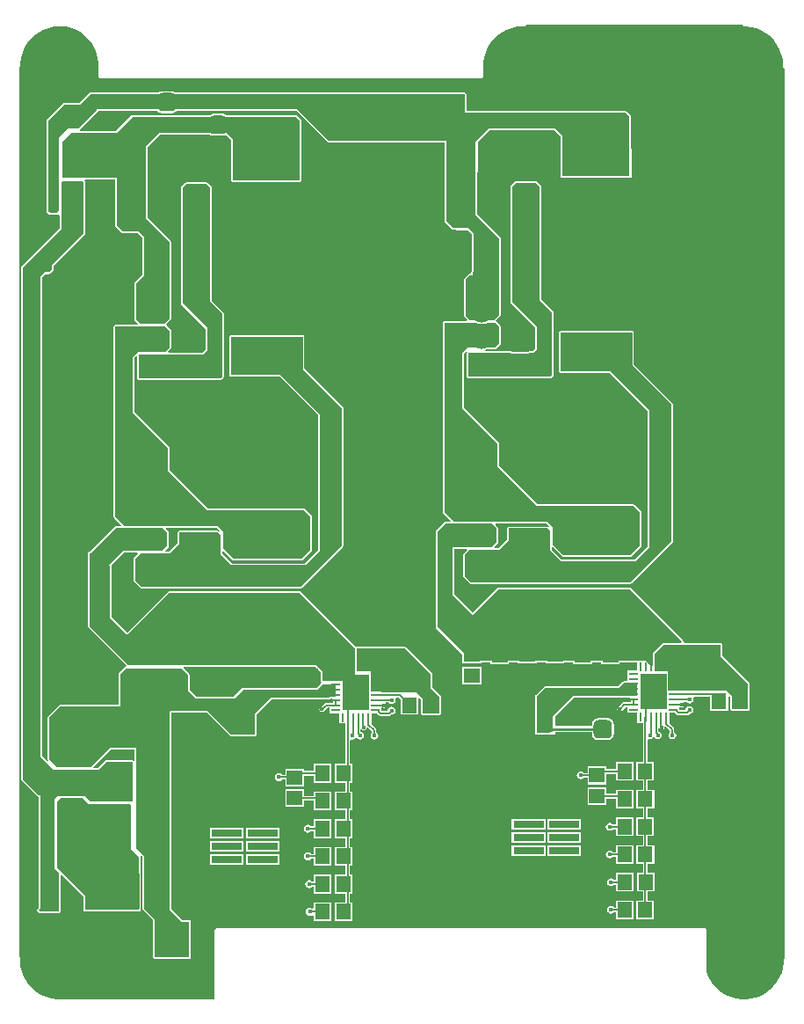
<source format=gtl>
G04*
G04 #@! TF.GenerationSoftware,Altium Limited,Altium Designer,20.0.12 (288)*
G04*
G04 Layer_Physical_Order=1*
G04 Layer_Color=255*
%FSLAX25Y25*%
%MOIN*%
G70*
G01*
G75*
%ADD16C,0.00600*%
%ADD19R,0.09095X0.09921*%
%ADD20R,0.02913X0.11496*%
%ADD21R,0.11496X0.02913*%
%ADD22R,0.25591X0.09843*%
%ADD23R,0.07500X0.10984*%
%ADD24R,0.13622X0.05236*%
%ADD25R,0.05236X0.13622*%
%ADD26R,0.06299X0.13780*%
%ADD27R,0.05906X0.05512*%
%ADD28R,0.05512X0.05906*%
%ADD29R,0.01063X0.03386*%
%ADD30R,0.03386X0.01063*%
G04:AMPARAMS|DCode=31|XSize=70mil|YSize=70mil|CornerRadius=17.5mil|HoleSize=0mil|Usage=FLASHONLY|Rotation=90.000|XOffset=0mil|YOffset=0mil|HoleType=Round|Shape=RoundedRectangle|*
%AMROUNDEDRECTD31*
21,1,0.07000,0.03500,0,0,90.0*
21,1,0.03500,0.07000,0,0,90.0*
1,1,0.03500,0.01750,0.01750*
1,1,0.03500,0.01750,-0.01750*
1,1,0.03500,-0.01750,-0.01750*
1,1,0.03500,-0.01750,0.01750*
%
%ADD31ROUNDEDRECTD31*%
%ADD51R,0.09843X0.13780*%
%ADD52C,0.01000*%
%ADD53C,0.25591*%
%ADD54R,0.07795X0.07795*%
%ADD55C,0.07795*%
%ADD56R,0.06693X0.06693*%
%ADD57C,0.06693*%
%ADD58C,0.01772*%
%ADD59C,0.01968*%
G36*
X274217Y369900D02*
X274308Y369680D01*
X274392Y369457D01*
X274402Y369452D01*
X274407Y369441D01*
X274627Y369350D01*
X274844Y369251D01*
X275859Y369217D01*
X277860Y368947D01*
X279796Y368414D01*
X281643Y367627D01*
X283368Y366600D01*
X284940Y365351D01*
X286331Y363903D01*
X287515Y362281D01*
X288472Y360516D01*
X289183Y358639D01*
X289637Y356683D01*
X289820Y354747D01*
Y353653D01*
X289914Y353425D01*
X290007Y353197D01*
X290009Y353196D01*
X290010Y353194D01*
X290238Y353099D01*
X290464Y353003D01*
X290487Y352541D01*
Y16090D01*
X290280Y16012D01*
X290275Y16001D01*
X290265Y15997D01*
X290173Y15777D01*
X290075Y15560D01*
X290041Y14545D01*
X289770Y12544D01*
X289238Y10608D01*
X288451Y8761D01*
X287423Y7036D01*
X286174Y5464D01*
X284726Y4073D01*
X283105Y2889D01*
X281339Y1932D01*
X279462Y1220D01*
X277506Y766D01*
X275571Y584D01*
X274476D01*
X274440Y569D01*
X273994Y584D01*
X271993Y855D01*
X270057Y1387D01*
X268210Y2175D01*
X266485Y3202D01*
X264913Y4451D01*
X263522Y5899D01*
X262338Y7520D01*
X261381Y9286D01*
X260816Y10777D01*
Y26855D01*
X260625Y27314D01*
X260166Y27505D01*
X74866Y27505D01*
X74407Y27314D01*
X74217Y26855D01*
Y402D01*
X15603D01*
X15543Y427D01*
X15326Y525D01*
X14311Y559D01*
X12310Y830D01*
X10374Y1362D01*
X8527Y2149D01*
X6802Y3177D01*
X5230Y4426D01*
X3839Y5874D01*
X2655Y7495D01*
X1698Y9261D01*
X987Y11138D01*
X533Y13094D01*
X350Y15029D01*
Y16124D01*
X255Y16353D01*
X163Y16580D01*
X161Y16581D01*
X160Y16583D01*
X-13Y16655D01*
Y353739D01*
X210Y353823D01*
X215Y353834D01*
X225Y353838D01*
X317Y354058D01*
X415Y354275D01*
X449Y355290D01*
X720Y357291D01*
X1252Y359227D01*
X2039Y361074D01*
X3067Y362799D01*
X4316Y364371D01*
X5764Y365762D01*
X7385Y366946D01*
X9150Y367903D01*
X11028Y368615D01*
X12984Y369069D01*
X14919Y369251D01*
X16014D01*
X16145Y369305D01*
X18057Y369047D01*
X19993Y368514D01*
X21840Y367727D01*
X23565Y366699D01*
X25137Y365450D01*
X26528Y364002D01*
X27712Y362381D01*
X28669Y360616D01*
X29381Y358738D01*
X29835Y356782D01*
X29917Y355910D01*
Y350174D01*
X30107Y349715D01*
X30566Y349525D01*
X175518D01*
X175977Y349715D01*
X176168Y350174D01*
Y355426D01*
X176420Y357291D01*
X176952Y359227D01*
X177739Y361074D01*
X178767Y362799D01*
X180016Y364371D01*
X181464Y365762D01*
X183085Y366946D01*
X184851Y367903D01*
X186728Y368615D01*
X188684Y369069D01*
X190619Y369251D01*
X191714D01*
X191942Y369345D01*
X192170Y369438D01*
X192171Y369440D01*
X192173Y369441D01*
X192267Y369669D01*
X192363Y369896D01*
X192825Y369902D01*
X274216D01*
X274217Y369900D01*
D02*
G37*
%LPC*%
G36*
X57737Y344548D02*
X54237D01*
X53320Y344365D01*
X52850Y344051D01*
X26987D01*
X26527Y343861D01*
X22718Y340051D01*
X16987D01*
X16527Y339861D01*
X10527Y333861D01*
X10337Y333402D01*
Y298902D01*
X10527Y298442D01*
X10930Y298276D01*
Y297802D01*
X15043D01*
X15337Y297423D01*
Y292671D01*
X1027Y278361D01*
X837Y277902D01*
Y83902D01*
X1027Y83442D01*
X7027Y77442D01*
X7337Y77314D01*
Y35171D01*
X6989Y34823D01*
X6940Y34703D01*
X6849Y34612D01*
Y34483D01*
X6799Y34363D01*
X6849Y34244D01*
Y34115D01*
X7040Y33653D01*
X7131Y33562D01*
X7181Y33442D01*
X7300Y33393D01*
X7391Y33302D01*
X7521D01*
X7640Y33252D01*
X14987D01*
X15446Y33442D01*
X15636Y33902D01*
Y47680D01*
X16098Y47872D01*
X24337Y39633D01*
Y34402D01*
X24527Y33942D01*
X24987Y33752D01*
X45487D01*
X45946Y33942D01*
X45966Y33991D01*
X46114D01*
Y34349D01*
X46136Y34402D01*
Y54402D01*
X45946Y54861D01*
X46330Y55139D01*
X46837Y54633D01*
Y34902D01*
X47027Y34442D01*
X50837Y30633D01*
Y16402D01*
X50930Y16178D01*
Y15805D01*
X51358D01*
X51487Y15752D01*
X64487D01*
X64615Y15805D01*
X65043D01*
Y16178D01*
X65136Y16402D01*
Y29902D01*
X64946Y30361D01*
X64487Y30551D01*
X61756D01*
X57636Y34671D01*
Y109133D01*
X57756Y109252D01*
X71218D01*
X80027Y100442D01*
X80487Y100252D01*
X81237D01*
Y100042D01*
X88736D01*
Y100252D01*
X89487D01*
X89946Y100442D01*
X90136Y100902D01*
Y108633D01*
X95756Y114252D01*
X117663D01*
X118056Y114415D01*
X118640D01*
X119038Y113933D01*
Y112882D01*
X116523D01*
X116172Y112812D01*
X115874Y112613D01*
X114537Y111277D01*
X114400Y111249D01*
X114102Y111050D01*
X113903Y110753D01*
X113833Y110402D01*
X113903Y110050D01*
X114102Y109753D01*
X114400Y109554D01*
X114751Y109484D01*
X114960D01*
X115311Y109554D01*
X115609Y109753D01*
X116903Y111047D01*
X117663D01*
Y108865D01*
X121521D01*
Y105006D01*
X123704D01*
Y89719D01*
X119568D01*
Y82613D01*
X123704D01*
Y79219D01*
X119631D01*
Y72113D01*
X123704D01*
Y68719D01*
X119568D01*
Y61613D01*
X123704D01*
Y58219D01*
X119631D01*
Y51113D01*
X123704D01*
Y47719D01*
X119694D01*
Y40613D01*
X123704D01*
Y37219D01*
X119568D01*
Y30113D01*
X126280D01*
Y37219D01*
X125539D01*
Y40613D01*
X126406D01*
Y47719D01*
X125539D01*
Y51113D01*
X126343D01*
Y58219D01*
X125539D01*
Y61613D01*
X126280D01*
Y68719D01*
X125539D01*
Y72113D01*
X126343D01*
Y79219D01*
X125539D01*
Y82613D01*
X126280D01*
Y89719D01*
X125539D01*
Y98639D01*
X126039Y98960D01*
X126407Y98887D01*
X126987Y99002D01*
X127478Y99330D01*
X127528Y99405D01*
X128130D01*
X128180Y99330D01*
X128671Y99002D01*
X129251Y98887D01*
X129831Y99002D01*
X130322Y99330D01*
X130651Y99822D01*
X130766Y100402D01*
X130651Y100981D01*
X130322Y101473D01*
X129831Y101801D01*
X129476Y101872D01*
Y102832D01*
X129976Y102942D01*
X130102Y102753D01*
X130400Y102554D01*
X130751Y102484D01*
X131102Y102554D01*
X131400Y102753D01*
X131599Y103050D01*
X131669Y103402D01*
Y103479D01*
X131993Y103668D01*
X132157Y103698D01*
X133686Y102169D01*
Y101477D01*
X133680Y101473D01*
X133352Y100981D01*
X133236Y100402D01*
X133352Y99822D01*
X133680Y99330D01*
X134171Y99002D01*
X134751Y98887D01*
X135331Y99002D01*
X135822Y99330D01*
X136151Y99822D01*
X136266Y100402D01*
X136151Y100981D01*
X135822Y101473D01*
X135521Y101674D01*
Y102549D01*
X135451Y102900D01*
X135252Y103198D01*
X133851Y104600D01*
X133627Y105006D01*
X133627D01*
X133627Y105006D01*
Y108865D01*
X135719D01*
X135736Y108838D01*
X136322Y108253D01*
X136620Y108054D01*
X136971Y107984D01*
X140251D01*
X140602Y108054D01*
X140900Y108253D01*
X141070Y108423D01*
X141251Y108387D01*
X141831Y108502D01*
X142322Y108830D01*
X142651Y109322D01*
X142766Y109902D01*
X142651Y110481D01*
X142322Y110973D01*
X141831Y111301D01*
X141251Y111416D01*
X140671Y111301D01*
X140180Y110973D01*
X139851Y110481D01*
X139736Y109902D01*
X139669Y109819D01*
X137485D01*
Y111015D01*
X138093D01*
X138251Y110984D01*
X138602Y111054D01*
X138900Y111253D01*
X139099Y111550D01*
X139169Y111902D01*
X139099Y112253D01*
X138934Y112500D01*
X139007Y112793D01*
X139143Y113000D01*
X140067D01*
X140180Y112830D01*
X140671Y112502D01*
X141251Y112387D01*
X141831Y112502D01*
X142322Y112830D01*
X142651Y113322D01*
X142766Y113902D01*
X142651Y114481D01*
X142649Y114484D01*
X142916Y114984D01*
X143866D01*
X144694Y114157D01*
Y108349D01*
X151406D01*
Y114411D01*
X151867Y114602D01*
X152337Y114133D01*
Y108902D01*
X152527Y108442D01*
X152568Y108426D01*
Y108349D01*
X152753D01*
X152987Y108252D01*
X159487D01*
X159946Y108442D01*
X160136Y108902D01*
Y114902D01*
X159946Y115361D01*
X156636Y118671D01*
Y123902D01*
X156446Y124361D01*
X146946Y133861D01*
X146787Y133926D01*
Y133994D01*
X146625D01*
X146487Y134051D01*
X127987D01*
X127866Y134001D01*
X127725Y134059D01*
X106925Y154859D01*
X106466Y155049D01*
X56866D01*
X56407Y154859D01*
X40966Y139418D01*
X35116Y145269D01*
Y164800D01*
X35019Y165034D01*
X39735Y169751D01*
X44715D01*
X44906Y169289D01*
X43707Y168089D01*
X43517Y167630D01*
Y159200D01*
X43707Y158741D01*
X45948Y156499D01*
X46408Y156309D01*
X106825D01*
X107284Y156499D01*
X122725Y171941D01*
X122916Y172400D01*
Y224600D01*
X122725Y225059D01*
X108216Y239569D01*
Y251600D01*
X108025Y252059D01*
X107566Y252249D01*
X80366D01*
X80138Y252155D01*
X79910Y252062D01*
X79909Y252060D01*
X79907Y252059D01*
X79812Y251831D01*
X79717Y251604D01*
X79619Y237359D01*
X79620Y237358D01*
X79619Y237357D01*
X79714Y237127D01*
X79806Y236899D01*
X79807Y236898D01*
X79808Y236897D01*
X80160Y236542D01*
X80161Y236542D01*
X80162Y236541D01*
X80391Y236446D01*
X80619Y236351D01*
X80620Y236351D01*
X80621Y236351D01*
X98897D01*
X113317Y221931D01*
Y170679D01*
X108287Y165649D01*
X80735D01*
X76935Y169449D01*
Y170327D01*
X77435Y170535D01*
X81027Y166942D01*
X81487Y166752D01*
X106987D01*
X107446Y166942D01*
X110946Y170442D01*
X111136Y170902D01*
Y183402D01*
X110946Y183861D01*
X108446Y186361D01*
X107987Y186551D01*
X71756D01*
X57136Y201171D01*
Y209402D01*
X56946Y209861D01*
X43636Y223171D01*
Y243633D01*
X44375Y244372D01*
X44837Y244180D01*
Y235902D01*
X45027Y235442D01*
X45487Y235252D01*
X76487D01*
X76946Y235442D01*
X77446Y235942D01*
X77636Y236402D01*
Y260402D01*
X77446Y260861D01*
X73136Y265171D01*
Y307902D01*
X72946Y308361D01*
X71446Y309861D01*
X70987Y310051D01*
X63487D01*
X63027Y309861D01*
X61527Y308361D01*
X61337Y307902D01*
Y264402D01*
X61527Y263942D01*
X70837Y254633D01*
Y246671D01*
X69718Y245551D01*
X56708D01*
X56516Y246013D01*
X57446Y246942D01*
X57636Y247402D01*
Y253902D01*
X57446Y254361D01*
X55946Y255861D01*
X55849Y256346D01*
X57446Y257942D01*
X57636Y258402D01*
Y287402D01*
X57446Y287861D01*
X48636Y296671D01*
Y323633D01*
X53256Y328252D01*
X72350D01*
X72820Y327938D01*
X73737Y327755D01*
X77237D01*
X78154Y327938D01*
X78380Y328089D01*
X80337Y326133D01*
Y310902D01*
X80379Y310801D01*
Y310380D01*
X80677D01*
X80987Y310252D01*
X106487D01*
X106796Y310380D01*
X107169D01*
Y321423D01*
X107136D01*
Y333402D01*
X106946Y333861D01*
X105446Y335361D01*
X104987Y335551D01*
X78624D01*
X78154Y335865D01*
X77237Y336048D01*
X73737D01*
X72820Y335865D01*
X72350Y335551D01*
X42987D01*
X42527Y335361D01*
X36718Y329551D01*
X23208D01*
X23054Y330051D01*
X29946Y336942D01*
X30074Y337252D01*
X52345D01*
X52542Y336957D01*
X53320Y336438D01*
X54237Y336256D01*
X57737D01*
X58654Y336438D01*
X59431Y336957D01*
X59628Y337252D01*
X105218D01*
X117027Y325442D01*
X117487Y325252D01*
X161337D01*
Y295402D01*
X161527Y294942D01*
X164027Y292442D01*
X164487Y292252D01*
X165587D01*
Y291991D01*
X170479D01*
X171837Y290633D01*
Y276671D01*
X171564Y276398D01*
X171374Y275939D01*
Y275640D01*
X171076D01*
X170616Y275450D01*
X169027Y273861D01*
X168837Y273402D01*
Y259402D01*
X169027Y258942D01*
X169957Y258013D01*
X169765Y257551D01*
X161487D01*
X161027Y257361D01*
X160837Y256902D01*
Y184902D01*
X161027Y184442D01*
X163658Y181811D01*
X163467Y181349D01*
X161666D01*
X161207Y181159D01*
X158207Y178159D01*
X158017Y177700D01*
Y141668D01*
X158207Y141208D01*
X168202Y131214D01*
Y127669D01*
X175307D01*
Y128050D01*
X178702D01*
Y127606D01*
X185807D01*
Y128050D01*
X189202D01*
Y127669D01*
X196307D01*
Y128050D01*
X199702D01*
Y127669D01*
X206807D01*
Y128051D01*
X210202D01*
Y127606D01*
X217307D01*
Y128051D01*
X220702D01*
Y127606D01*
X227807D01*
Y128051D01*
X234525D01*
Y125094D01*
X230666D01*
Y121051D01*
X229487D01*
X229027Y120861D01*
X227218Y119051D01*
X199487D01*
X199027Y118861D01*
X196058Y115891D01*
X195737D01*
Y100912D01*
X196101D01*
X196487Y100752D01*
X201291D01*
X201330Y100768D01*
X201371Y100757D01*
X201555Y100861D01*
X201677Y100912D01*
X203236D01*
Y101780D01*
X217341D01*
Y101152D01*
X217523Y100235D01*
X218042Y99457D01*
X218820Y98938D01*
X219737Y98756D01*
X223237D01*
X224154Y98938D01*
X224931Y99457D01*
X225450Y100235D01*
X225633Y101152D01*
Y104652D01*
X225450Y105569D01*
X224931Y106346D01*
X224154Y106865D01*
X223237Y107048D01*
X219737D01*
X218820Y106865D01*
X218042Y106346D01*
X217523Y105569D01*
X217341Y104652D01*
Y104023D01*
X203236D01*
Y107733D01*
X210256Y114752D01*
X231744D01*
X232068Y114252D01*
X232042Y114120D01*
Y113069D01*
X229526D01*
X229175Y112999D01*
X228877Y112800D01*
X227541Y111463D01*
X227403Y111436D01*
X227106Y111237D01*
X226907Y110939D01*
X226837Y110588D01*
X226907Y110237D01*
X227106Y109939D01*
X227403Y109740D01*
X227754Y109670D01*
X227963D01*
X228314Y109740D01*
X228612Y109939D01*
X229906Y111233D01*
X230666D01*
Y109051D01*
X234525D01*
Y105193D01*
X236569D01*
Y90454D01*
X234131D01*
Y83349D01*
X236569D01*
Y79954D01*
X234194D01*
Y72849D01*
X236569D01*
Y69454D01*
X234131D01*
Y62349D01*
X236569D01*
Y58954D01*
X234194D01*
Y51849D01*
X236569D01*
Y48454D01*
X234257D01*
Y41349D01*
X236569D01*
Y37954D01*
X234131D01*
Y30849D01*
X240843D01*
Y37954D01*
X238404D01*
Y41349D01*
X240968D01*
Y48454D01*
X238404D01*
Y51849D01*
X240905D01*
Y58954D01*
X238404D01*
Y62349D01*
X240843D01*
Y69454D01*
X238404D01*
Y72849D01*
X240905D01*
Y79954D01*
X238404D01*
Y83349D01*
X240843D01*
Y90454D01*
X238404D01*
Y98826D01*
X238904Y99146D01*
X239272Y99073D01*
X239852Y99189D01*
X240344Y99517D01*
X240463Y99695D01*
X241064D01*
X241183Y99517D01*
X241675Y99189D01*
X242254Y99073D01*
X242834Y99189D01*
X243326Y99517D01*
X243654Y100008D01*
X243769Y100588D01*
X243654Y101168D01*
X243326Y101659D01*
X242834Y101988D01*
X242479Y102058D01*
Y103018D01*
X242979Y103129D01*
X243106Y102939D01*
X243403Y102740D01*
X243755Y102671D01*
X244106Y102740D01*
X244403Y102939D01*
X244602Y103237D01*
X244672Y103588D01*
Y103666D01*
X244996Y103855D01*
X245161Y103884D01*
X246689Y102356D01*
Y101663D01*
X246683Y101659D01*
X246355Y101168D01*
X246240Y100588D01*
X246355Y100008D01*
X246683Y99517D01*
X247175Y99189D01*
X247755Y99073D01*
X248334Y99189D01*
X248826Y99517D01*
X249154Y100008D01*
X249269Y100588D01*
X249154Y101168D01*
X248826Y101659D01*
X248524Y101861D01*
Y102736D01*
X248455Y103087D01*
X248256Y103385D01*
X246854Y104786D01*
X246630Y105193D01*
X246630D01*
X246630Y105193D01*
Y109051D01*
X248722D01*
X248740Y109025D01*
X249325Y108439D01*
X249623Y108240D01*
X249974Y108170D01*
X253255D01*
X253606Y108240D01*
X253903Y108439D01*
X254073Y108609D01*
X254255Y108573D01*
X254834Y108688D01*
X255326Y109017D01*
X255654Y109508D01*
X255769Y110088D01*
X255654Y110668D01*
X255326Y111159D01*
X254834Y111488D01*
X254255Y111603D01*
X253675Y111488D01*
X253183Y111159D01*
X252855Y110668D01*
X252740Y110088D01*
X252672Y110006D01*
X250488D01*
Y111202D01*
X251096D01*
X251255Y111170D01*
X251606Y111240D01*
X251903Y111439D01*
X252102Y111737D01*
X252172Y112088D01*
X252102Y112439D01*
X251937Y112686D01*
X252011Y112980D01*
X252147Y113186D01*
X253070D01*
X253183Y113017D01*
X253675Y112689D01*
X254255Y112573D01*
X254834Y112689D01*
X255326Y113017D01*
X255654Y113508D01*
X255769Y114088D01*
X255654Y114668D01*
X255652Y114671D01*
X255920Y115171D01*
X262194D01*
Y109849D01*
X268905D01*
Y115411D01*
X269368Y115602D01*
X269837Y115133D01*
Y110402D01*
X270027Y109942D01*
X270068Y109926D01*
Y109849D01*
X270253D01*
X270487Y109752D01*
X276487D01*
X276720Y109849D01*
X276780D01*
Y109873D01*
X276946Y109942D01*
X277136Y110402D01*
Y119902D01*
X276946Y120361D01*
X266636Y130671D01*
Y134902D01*
X266446Y135361D01*
X265987Y135551D01*
X252264D01*
X252003Y136013D01*
X251953Y136132D01*
Y136261D01*
X251862Y136353D01*
X251812Y136472D01*
X231925Y156359D01*
X231466Y156549D01*
X181866D01*
X181407Y156359D01*
X172116Y147069D01*
X165116Y154069D01*
X165116Y161300D01*
Y166731D01*
Y171251D01*
X169715D01*
X169906Y170789D01*
X168707Y169589D01*
X168517Y169130D01*
Y160700D01*
X168707Y160241D01*
X170949Y157999D01*
X171408Y157809D01*
X231825D01*
X232284Y157999D01*
X247725Y173441D01*
X247916Y173900D01*
Y226100D01*
X247725Y226559D01*
X233216Y241069D01*
Y253100D01*
X233025Y253559D01*
X232566Y253749D01*
X205366D01*
X205138Y253655D01*
X204910Y253562D01*
X204909Y253560D01*
X204907Y253559D01*
X204812Y253331D01*
X204717Y253104D01*
X204619Y238859D01*
X204620Y238858D01*
X204619Y238857D01*
X204714Y238627D01*
X204806Y238399D01*
X204807Y238398D01*
X204808Y238397D01*
X205160Y238042D01*
X205161Y238042D01*
X205162Y238041D01*
X205391Y237946D01*
X205619Y237851D01*
X205620Y237851D01*
X205621Y237851D01*
X223897D01*
X238317Y223431D01*
Y172179D01*
X233287Y167149D01*
X205735D01*
X201935Y170949D01*
Y171827D01*
X202435Y172035D01*
X206027Y168442D01*
X206487Y168252D01*
X231987D01*
X232446Y168442D01*
X235946Y171942D01*
X236136Y172402D01*
Y184902D01*
X235946Y185361D01*
X233446Y187861D01*
X232987Y188051D01*
X196756D01*
X182136Y202671D01*
Y210902D01*
X181946Y211361D01*
X168636Y224671D01*
Y245133D01*
X169477Y245974D01*
X169548Y245990D01*
X169928Y245683D01*
X169811Y245402D01*
Y236402D01*
X170001Y235942D01*
X170460Y235752D01*
X201460D01*
X201920Y235942D01*
X202419Y236442D01*
X202610Y236902D01*
Y260902D01*
X202419Y261361D01*
X198110Y265671D01*
Y308402D01*
X197919Y308861D01*
X196420Y310361D01*
X195960Y310551D01*
X188460D01*
X188001Y310361D01*
X186501Y308861D01*
X186311Y308402D01*
Y264902D01*
X186501Y264442D01*
X195811Y255133D01*
Y247171D01*
X194691Y246051D01*
X193539D01*
X193080Y245861D01*
X193012Y245695D01*
X186962D01*
X186893Y245861D01*
X186434Y246051D01*
X176773D01*
X176661Y246520D01*
X177222Y246752D01*
X180487D01*
X180946Y246942D01*
X182446Y248442D01*
X182636Y248902D01*
Y255402D01*
X182446Y255861D01*
X180946Y257361D01*
X180849Y257846D01*
X182446Y259442D01*
X182636Y259902D01*
Y288902D01*
X182446Y289361D01*
X173636Y298171D01*
Y313841D01*
X173929D01*
Y324962D01*
X173929D01*
X173955Y325451D01*
X178256Y329752D01*
X203218D01*
X205337Y327633D01*
Y312402D01*
X205485Y312045D01*
Y311880D01*
X205677D01*
X205987Y311752D01*
X231487D01*
X231796Y311880D01*
X232276D01*
Y322923D01*
X232136D01*
Y334902D01*
X231946Y335361D01*
X230446Y336861D01*
X229987Y337051D01*
X169636D01*
Y343402D01*
X169446Y343861D01*
X168987Y344051D01*
X59124D01*
X58654Y344365D01*
X57737Y344548D01*
D02*
G37*
G36*
X175307Y126507D02*
X168202D01*
Y119795D01*
X175307D01*
Y126507D01*
D02*
G37*
G36*
X232968Y90454D02*
X226257D01*
Y87819D01*
X222665D01*
Y88695D01*
X215560D01*
Y86319D01*
X214224D01*
X214121Y86473D01*
X213629Y86801D01*
X213050Y86917D01*
X212470Y86801D01*
X211978Y86473D01*
X211650Y85981D01*
X211535Y85402D01*
X211650Y84822D01*
X211978Y84330D01*
X212470Y84002D01*
X213050Y83887D01*
X213629Y84002D01*
X214121Y84330D01*
X214224Y84484D01*
X215560D01*
Y81983D01*
X222665D01*
Y85984D01*
X226257D01*
Y83349D01*
X232968D01*
Y90454D01*
D02*
G37*
G36*
X118405Y89719D02*
X111694D01*
Y87084D01*
X108102D01*
Y87959D01*
X100997D01*
Y85584D01*
X99660D01*
X99558Y85737D01*
X99066Y86066D01*
X98487Y86181D01*
X97907Y86066D01*
X97415Y85737D01*
X97087Y85246D01*
X96972Y84666D01*
X97087Y84086D01*
X97415Y83595D01*
X97907Y83266D01*
X98487Y83151D01*
X99066Y83266D01*
X99558Y83595D01*
X99660Y83748D01*
X100997D01*
Y81247D01*
X108102D01*
Y85248D01*
X111694D01*
Y82613D01*
X118405D01*
Y89719D01*
D02*
G37*
G36*
X222665Y80821D02*
X215560D01*
Y74109D01*
X222665D01*
Y76547D01*
X226320D01*
Y72849D01*
X233032D01*
Y79954D01*
X226320D01*
Y78382D01*
X222665D01*
Y80821D01*
D02*
G37*
G36*
X108102Y80085D02*
X100997D01*
Y73373D01*
X108102D01*
Y75811D01*
X111757D01*
Y72113D01*
X118468D01*
Y79219D01*
X111757D01*
Y77647D01*
X108102D01*
Y80085D01*
D02*
G37*
G36*
X232968Y69454D02*
X226257D01*
Y66819D01*
X225223D01*
X225121Y66973D01*
X224629Y67301D01*
X224050Y67417D01*
X223470Y67301D01*
X222978Y66973D01*
X222650Y66481D01*
X222535Y65902D01*
X222650Y65322D01*
X222978Y64830D01*
X223470Y64502D01*
X224050Y64387D01*
X224629Y64502D01*
X225121Y64830D01*
X225223Y64984D01*
X226257D01*
Y62349D01*
X232968D01*
Y69454D01*
D02*
G37*
G36*
X118405Y68719D02*
X111694D01*
Y66084D01*
X110661D01*
X110558Y66237D01*
X110066Y66566D01*
X109487Y66681D01*
X108907Y66566D01*
X108415Y66237D01*
X108087Y65746D01*
X107972Y65166D01*
X108087Y64586D01*
X108415Y64095D01*
X108907Y63766D01*
X109487Y63651D01*
X110066Y63766D01*
X110558Y64095D01*
X110661Y64248D01*
X111694D01*
Y61613D01*
X118405D01*
Y68719D01*
D02*
G37*
G36*
X213087Y68958D02*
X200391D01*
Y64845D01*
X213087D01*
Y68958D01*
D02*
G37*
G36*
X199583D02*
X186887D01*
Y64845D01*
X199583D01*
Y68958D01*
D02*
G37*
G36*
X98587Y65458D02*
X85891D01*
Y61345D01*
X98587D01*
Y65458D01*
D02*
G37*
G36*
X85083D02*
X72387D01*
Y61345D01*
X85083D01*
Y65458D01*
D02*
G37*
G36*
X213087Y63958D02*
X200391D01*
Y59845D01*
X213087D01*
Y63958D01*
D02*
G37*
G36*
X199583D02*
X186887D01*
Y59845D01*
X199583D01*
Y63958D01*
D02*
G37*
G36*
X98587Y60458D02*
X85891D01*
Y56345D01*
X98587D01*
Y60458D01*
D02*
G37*
G36*
X85083D02*
X72387D01*
Y56345D01*
X85083D01*
Y60458D01*
D02*
G37*
G36*
X233032Y58954D02*
X226320D01*
Y56319D01*
X225223D01*
X225121Y56473D01*
X224629Y56801D01*
X224050Y56916D01*
X223470Y56801D01*
X222978Y56473D01*
X222650Y55981D01*
X222535Y55402D01*
X222650Y54822D01*
X222978Y54330D01*
X223470Y54002D01*
X224050Y53887D01*
X224629Y54002D01*
X225121Y54330D01*
X225223Y54484D01*
X226320D01*
Y51849D01*
X233032D01*
Y58954D01*
D02*
G37*
G36*
X118468Y58219D02*
X111757D01*
Y55584D01*
X110661D01*
X110558Y55737D01*
X110066Y56066D01*
X109487Y56181D01*
X108907Y56066D01*
X108415Y55737D01*
X108087Y55246D01*
X107972Y54666D01*
X108087Y54086D01*
X108415Y53595D01*
X108907Y53266D01*
X109487Y53151D01*
X110066Y53266D01*
X110558Y53595D01*
X110661Y53748D01*
X111757D01*
Y51113D01*
X118468D01*
Y58219D01*
D02*
G37*
G36*
X213087Y58958D02*
X200391D01*
Y54845D01*
X213087D01*
Y58958D01*
D02*
G37*
G36*
X199583D02*
X186887D01*
Y54845D01*
X199583D01*
Y58958D01*
D02*
G37*
G36*
X98587Y55458D02*
X85891D01*
Y51345D01*
X98587D01*
Y55458D01*
D02*
G37*
G36*
X85083D02*
X72387D01*
Y51345D01*
X85083D01*
Y55458D01*
D02*
G37*
G36*
X233095Y48454D02*
X226383D01*
Y45819D01*
X225724D01*
X225621Y45973D01*
X225129Y46301D01*
X224550Y46417D01*
X223970Y46301D01*
X223478Y45973D01*
X223150Y45481D01*
X223035Y44902D01*
X223150Y44322D01*
X223478Y43830D01*
X223970Y43502D01*
X224550Y43387D01*
X225129Y43502D01*
X225621Y43830D01*
X225724Y43984D01*
X226383D01*
Y41349D01*
X233095D01*
Y48454D01*
D02*
G37*
G36*
X118532Y47719D02*
X111820D01*
Y45084D01*
X111161D01*
X111058Y45237D01*
X110566Y45566D01*
X109987Y45681D01*
X109407Y45566D01*
X108915Y45237D01*
X108587Y44746D01*
X108472Y44166D01*
X108587Y43586D01*
X108915Y43095D01*
X109407Y42766D01*
X109987Y42651D01*
X110566Y42766D01*
X111058Y43095D01*
X111161Y43248D01*
X111820D01*
Y40613D01*
X118532D01*
Y47719D01*
D02*
G37*
G36*
X232968Y37954D02*
X226257D01*
Y35319D01*
X225724D01*
X225621Y35473D01*
X225129Y35801D01*
X224550Y35917D01*
X223970Y35801D01*
X223478Y35473D01*
X223150Y34981D01*
X223035Y34402D01*
X223150Y33822D01*
X223478Y33330D01*
X223970Y33002D01*
X224550Y32887D01*
X225129Y33002D01*
X225621Y33330D01*
X225724Y33484D01*
X226257D01*
Y30849D01*
X232968D01*
Y37954D01*
D02*
G37*
G36*
X118405Y37219D02*
X111694D01*
Y35059D01*
X111666Y35033D01*
X111194Y34837D01*
X110852Y35066D01*
X110273Y35181D01*
X109693Y35066D01*
X109201Y34737D01*
X108873Y34246D01*
X108757Y33666D01*
X108873Y33086D01*
X109201Y32595D01*
X109693Y32266D01*
X110273Y32151D01*
X110852Y32266D01*
X111194Y32495D01*
X111666Y32299D01*
X111694Y32273D01*
Y30113D01*
X118405D01*
Y37219D01*
D02*
G37*
%LPD*%
G36*
X168987Y336402D02*
X229987D01*
X231487Y334902D01*
Y312402D01*
X205987D01*
Y327902D01*
X203487Y330402D01*
X177987D01*
X172987Y325402D01*
Y297902D01*
X181987Y288902D01*
Y259902D01*
X179987Y257902D01*
X170987D01*
X169487Y259402D01*
Y273402D01*
X171076Y274991D01*
X172024D01*
Y275939D01*
X172487Y276402D01*
Y290902D01*
X170487Y292902D01*
X164487D01*
X161987Y295402D01*
Y325902D01*
X117487D01*
X105487Y337902D01*
X29487D01*
Y337402D01*
X22487Y330402D01*
X18487D01*
X14987Y326902D01*
Y299402D01*
X14487Y298902D01*
X10987D01*
Y333402D01*
X16987Y339402D01*
X22987D01*
X26987Y343402D01*
X168987D01*
Y336402D01*
D02*
G37*
G36*
X106487Y333402D02*
Y310902D01*
X80987D01*
Y326402D01*
X78487Y328902D01*
X52987D01*
X47987Y323902D01*
Y296402D01*
X56987Y287402D01*
Y258402D01*
X54987Y256402D01*
X45987D01*
X44487Y257902D01*
Y271902D01*
X47487Y274902D01*
Y289402D01*
X45487Y291402D01*
X39487D01*
X36987Y293902D01*
Y311902D01*
X16487D01*
Y325402D01*
X19987Y328902D01*
X36987D01*
X42987Y334902D01*
X104987D01*
X106487Y333402D01*
D02*
G37*
G36*
X181987Y255402D02*
Y248902D01*
X180487Y247402D01*
X169987D01*
X167987Y245402D01*
Y224402D01*
X181487Y210902D01*
Y202402D01*
X196487Y187402D01*
X232987D01*
X235487Y184902D01*
Y172402D01*
X231987Y168902D01*
X206487D01*
X202487Y172902D01*
Y179402D01*
X200487Y181402D01*
X164987D01*
X161487Y184902D01*
Y256902D01*
X173391D01*
X174312Y256520D01*
X175487Y256365D01*
X176661Y256520D01*
X177583Y256902D01*
X180487D01*
X181987Y255402D01*
D02*
G37*
G36*
X197460Y308402D02*
Y265402D01*
X201960Y260902D01*
Y236902D01*
X201460Y236402D01*
X170460D01*
Y245402D01*
X186434D01*
Y245046D01*
X193539D01*
Y245402D01*
X194960D01*
X196460Y246902D01*
Y255402D01*
X186960Y264902D01*
Y308402D01*
X188460Y309902D01*
X195960D01*
X197460Y308402D01*
D02*
G37*
G36*
X72487Y307902D02*
Y264902D01*
X76987Y260402D01*
Y236402D01*
X76487Y235902D01*
X45487D01*
Y244902D01*
X69987D01*
X71487Y246402D01*
Y254902D01*
X61987Y264402D01*
Y307902D01*
X63487Y309402D01*
X70987D01*
X72487Y307902D01*
D02*
G37*
G36*
X201147Y179823D02*
X200818Y179459D01*
X200358Y179649D01*
X185687D01*
X185616Y179620D01*
X185576D01*
Y179603D01*
X185228Y179459D01*
X185038Y179000D01*
Y174915D01*
X181722Y171598D01*
X180436D01*
X180245Y172060D01*
X181625Y173441D01*
X181816Y173900D01*
Y178800D01*
X181625Y179259D01*
X180594Y180290D01*
X180786Y180752D01*
X200218D01*
X201147Y179823D01*
D02*
G37*
G36*
X76147Y178323D02*
X75818Y177959D01*
X75358Y178149D01*
X60687D01*
X60228Y177959D01*
X60038Y177500D01*
Y173415D01*
X56722Y170098D01*
X55436D01*
X55245Y170560D01*
X56625Y171941D01*
X56816Y172400D01*
Y177300D01*
X56625Y177759D01*
X55594Y178790D01*
X55786Y179252D01*
X75218D01*
X76147Y178323D01*
D02*
G37*
G36*
X56987Y253902D02*
Y247402D01*
X55487Y245902D01*
X44987D01*
X42987Y243902D01*
Y222902D01*
X56487Y209402D01*
Y200902D01*
X71487Y185902D01*
X107987D01*
X110487Y183402D01*
Y170902D01*
X106987Y167402D01*
X81487D01*
X77487Y171402D01*
Y177902D01*
X75487Y179902D01*
X39987D01*
X36487Y183402D01*
Y255402D01*
X55487D01*
X56987Y253902D01*
D02*
G37*
G36*
X232566Y240800D02*
X247266Y226100D01*
Y173900D01*
X231825Y158458D01*
X171408D01*
X169166Y160700D01*
Y169130D01*
X170985Y170949D01*
X181991D01*
X185687Y174646D01*
Y179000D01*
X200358D01*
X201286Y178073D01*
Y170680D01*
X205466Y166500D01*
X233556D01*
X238966Y171910D01*
Y223700D01*
X224166Y238500D01*
X205621D01*
X205269Y238855D01*
X205366Y253100D01*
X232566D01*
Y240800D01*
D02*
G37*
G36*
X107566Y239300D02*
X122266Y224600D01*
Y172400D01*
X106825Y156958D01*
X46408D01*
X44166Y159200D01*
Y167630D01*
X45985Y169449D01*
X56991D01*
X60687Y173146D01*
Y177500D01*
X75358D01*
X76286Y176573D01*
Y169180D01*
X80466Y165000D01*
X108556D01*
X113966Y170410D01*
Y222200D01*
X99166Y237000D01*
X80621D01*
X80269Y237355D01*
X80366Y251600D01*
X107566D01*
Y239300D01*
D02*
G37*
G36*
X181166Y178800D02*
Y173900D01*
X179166Y171900D01*
X164466D01*
Y166731D01*
Y161300D01*
X164466Y153800D01*
X172116Y146150D01*
X181866Y155900D01*
X231466D01*
X251353Y136013D01*
X251162Y135551D01*
X244487D01*
X244027Y135361D01*
X240527Y131861D01*
X240337Y131402D01*
Y126716D01*
X239837Y126508D01*
X237646Y128700D01*
X171634Y128700D01*
X158666Y141668D01*
Y177700D01*
X161666Y180700D01*
X179266D01*
X181166Y178800D01*
D02*
G37*
G36*
X56166Y177300D02*
Y172400D01*
X54166Y170400D01*
X39466D01*
X34166Y165100D01*
X34466Y164800D01*
Y145000D01*
X40966Y138500D01*
X56866Y154400D01*
X106466D01*
X127266Y133600D01*
X127337Y133387D01*
Y124902D01*
X127366Y124832D01*
Y121800D01*
X126719Y121153D01*
X115172D01*
Y124673D01*
X113804Y126042D01*
Y126258D01*
X113588D01*
X112646Y127200D01*
X41366D01*
X26625Y141941D01*
Y169449D01*
X26915D01*
X36666Y179200D01*
X54266D01*
X56166Y177300D01*
D02*
G37*
G36*
X113129Y125798D02*
X113281Y125735D01*
X113345Y125583D01*
X114523Y124404D01*
Y121153D01*
X114612Y120937D01*
X114535Y120412D01*
X114460Y120293D01*
X112718Y118551D01*
X84987D01*
X84527Y118361D01*
X81527Y115361D01*
X81399Y115051D01*
X67256D01*
X64636Y117671D01*
Y123402D01*
X64446Y123861D01*
X62256Y126051D01*
X62463Y126551D01*
X112377D01*
X113129Y125798D01*
D02*
G37*
G36*
X265987Y130402D02*
X276487Y119902D01*
Y110402D01*
X270487D01*
Y115402D01*
X268487Y117402D01*
X246099D01*
Y124562D01*
X245987D01*
Y124902D01*
X240987D01*
Y131402D01*
X244487Y134902D01*
X265987D01*
Y130402D01*
D02*
G37*
G36*
X155987Y123902D02*
Y118402D01*
X159487Y114902D01*
Y108902D01*
X152987D01*
Y114402D01*
X150487Y116902D01*
X137485D01*
Y117033D01*
X133487D01*
Y124902D01*
X127987D01*
Y133402D01*
X146487D01*
X155987Y123902D01*
D02*
G37*
G36*
X234487Y115402D02*
X209987D01*
X202487Y107902D01*
Y104791D01*
X202025Y104599D01*
X200608Y106016D01*
Y108402D01*
X200523Y108831D01*
X200280Y109195D01*
X199916Y109438D01*
X199487Y109523D01*
X199057Y109438D01*
X198694Y109195D01*
X198451Y108831D01*
X198365Y108402D01*
Y105551D01*
X198365Y105551D01*
X198451Y105122D01*
X198694Y104758D01*
X201343Y102109D01*
X201343Y102109D01*
X201363Y101494D01*
X201291Y101402D01*
X196487D01*
Y115402D01*
X199487Y118402D01*
X227487D01*
X229487Y120402D01*
X234487D01*
Y115402D01*
D02*
G37*
G36*
X63987Y123402D02*
Y117402D01*
X66987Y114402D01*
X81987D01*
Y114902D01*
X84987Y117902D01*
X112987D01*
X114987Y119902D01*
X119987D01*
Y115065D01*
X117663D01*
Y114902D01*
X95487D01*
X89487Y108902D01*
Y100902D01*
X80487D01*
X71487Y109902D01*
X57487D01*
X57047Y109462D01*
X57044D01*
Y109459D01*
X56987Y109402D01*
Y34402D01*
X61487Y29902D01*
X64487D01*
Y16402D01*
X51487D01*
Y30902D01*
X47487Y34902D01*
Y54902D01*
X44487Y57902D01*
Y95902D01*
X34487D01*
X26987Y88402D01*
X14487D01*
X11487Y91402D01*
Y107402D01*
X15487Y111402D01*
X38487D01*
Y123902D01*
X40487Y125902D01*
X61487D01*
X63987Y123402D01*
D02*
G37*
G36*
X43837Y91123D02*
X43337Y90906D01*
X42987Y91051D01*
X32987D01*
X32527Y90861D01*
X29718Y88051D01*
X28208D01*
X28016Y88513D01*
X34756Y95252D01*
X43837D01*
Y91123D01*
D02*
G37*
G36*
X36337Y293902D02*
X36527Y293442D01*
X39027Y290942D01*
X39487Y290752D01*
X45218D01*
X46837Y289133D01*
Y275171D01*
X44027Y272361D01*
X43837Y271902D01*
Y257902D01*
X44027Y257442D01*
X44957Y256513D01*
X44765Y256051D01*
X36487D01*
X36027Y255861D01*
X35837Y255402D01*
Y183402D01*
X36027Y182942D01*
X38658Y180311D01*
X38467Y179849D01*
X36666D01*
X36207Y179659D01*
X26646Y170098D01*
X26625D01*
X26166Y169908D01*
X25976Y169449D01*
Y141941D01*
X26166Y141482D01*
X40597Y127051D01*
X40542Y126804D01*
X40418Y126523D01*
X40027Y126361D01*
X38027Y124361D01*
X37837Y123902D01*
Y112051D01*
X15487D01*
X15027Y111861D01*
X11027Y107861D01*
X10837Y107402D01*
Y91402D01*
X11027Y90942D01*
X10643Y90664D01*
X8636Y92671D01*
Y274133D01*
X9759Y275255D01*
X10737D01*
X11654Y275438D01*
X12431Y275957D01*
X12950Y276735D01*
X13133Y277652D01*
Y278629D01*
X24946Y290442D01*
X25136Y290902D01*
Y309902D01*
X25043Y310125D01*
Y310498D01*
X24943D01*
X24735Y310752D01*
X24948Y311252D01*
X36337D01*
Y293902D01*
D02*
G37*
G36*
X24487Y309902D02*
Y290902D01*
X7987Y274402D01*
Y92402D01*
X12987Y87402D01*
X29987D01*
X32987Y90402D01*
X42987D01*
Y75402D01*
X26987D01*
X24987Y77402D01*
X14487D01*
X13487Y76402D01*
Y49902D01*
X14987Y48402D01*
Y33902D01*
X7640D01*
X7449Y34363D01*
X7987Y34902D01*
Y77902D01*
X7487D01*
X1487Y83902D01*
Y277902D01*
X15987Y292402D01*
Y309902D01*
X16487Y310402D01*
X23987D01*
X24487Y309902D01*
D02*
G37*
G36*
X26487Y74402D02*
X41987D01*
X42487Y73902D01*
Y57402D01*
X45487Y54402D01*
Y34402D01*
X24987D01*
Y39902D01*
X14487Y50402D01*
Y75402D01*
X15837Y76752D01*
X24136D01*
X26487Y74402D01*
D02*
G37*
%LPC*%
G36*
X55128Y342178D02*
X54777Y342108D01*
X54479Y341909D01*
X54280Y341612D01*
X54210Y341260D01*
X54280Y340909D01*
X54479Y340612D01*
X55338Y339753D01*
X55635Y339554D01*
X55987Y339484D01*
X56338Y339554D01*
X56635Y339753D01*
X56834Y340050D01*
X56904Y340402D01*
X56834Y340753D01*
X56635Y341050D01*
X55777Y341909D01*
X55479Y342108D01*
X55128Y342178D01*
D02*
G37*
%LPD*%
D16*
X224550Y34402D02*
X229613D01*
X110273Y33666D02*
X115050D01*
X55128Y341260D02*
X55987Y340402D01*
X227754Y110588D02*
X227963D01*
X248227Y112120D02*
X251223D01*
X251255Y112088D01*
X141235Y113917D02*
X141251Y113902D01*
X135208Y113917D02*
X141235D01*
X135192Y113933D02*
X135208Y113917D01*
X114960Y110402D02*
X116523Y111965D01*
X114751Y110402D02*
X114960D01*
X138220Y111933D02*
X138251Y111902D01*
X135223Y111933D02*
X138220D01*
X128558Y101303D02*
X129251Y100610D01*
Y100402D02*
Y100610D01*
X126407Y100402D02*
X126590Y100584D01*
X134603Y100549D02*
X134751Y100402D01*
X248195Y116088D02*
X263060D01*
X265550Y113598D01*
Y113402D02*
Y113598D01*
X254239Y114104D02*
X254255Y114088D01*
X248211Y114104D02*
X254239D01*
X135192Y115902D02*
X144246D01*
X148050Y112098D01*
Y111902D02*
Y112098D01*
X124621Y35364D02*
Y107299D01*
X122924Y33666D02*
X124621Y35364D01*
X126590Y100584D02*
Y107299D01*
X237487Y86902D02*
Y107348D01*
Y65902D02*
Y86902D01*
Y34402D02*
Y65902D01*
X239272Y100588D02*
Y100815D01*
X239593Y101136D01*
X237487Y107348D02*
X237625Y107486D01*
X239593Y101136D02*
Y107486D01*
X220676Y86902D02*
X229613D01*
X219113Y85339D02*
X220676Y86902D01*
X228613Y77465D02*
X229676Y76402D01*
X219113Y77465D02*
X228613D01*
X227963Y110588D02*
X229526Y112151D01*
X232959D02*
Y114120D01*
X229526Y112151D02*
X232959D01*
X242254Y100588D02*
Y100797D01*
X241562Y101490D02*
X242254Y100797D01*
X241562Y101490D02*
Y107486D01*
X224550Y44902D02*
X229739D01*
X243755Y103588D02*
Y103797D01*
X243530Y104021D02*
X243755Y103797D01*
X243530Y104021D02*
Y107486D01*
X247607Y100736D02*
X247755Y100588D01*
X247607Y100736D02*
Y102736D01*
X245499Y104844D02*
X247607Y102736D01*
X245499Y104844D02*
Y107486D01*
X224050Y65902D02*
X229613D01*
X224050Y55402D02*
X229676D01*
X249974Y109088D02*
X253255D01*
X254255Y110088D01*
X249388Y109674D02*
X249974Y109088D01*
X249388Y109674D02*
Y110151D01*
X249357Y110183D02*
X249388Y110151D01*
X248195Y110183D02*
X249357D01*
X213050Y85402D02*
X219050D01*
X219113Y85339D01*
X248195Y112151D02*
X248227Y112120D01*
X248195Y114120D02*
X248211Y114104D01*
X237625Y107486D02*
Y114120D01*
X240577Y117072D01*
X135192Y111965D02*
X135223Y111933D01*
X124621Y107299D02*
Y113933D01*
X127574Y116886D01*
X116523Y111965D02*
X119956D01*
Y113933D01*
X130527Y103835D02*
Y107299D01*
Y103835D02*
X130751Y103610D01*
Y103402D02*
Y103610D01*
X140251Y108902D02*
X141251Y109902D01*
X135192Y109996D02*
X136353D01*
X136385Y109965D01*
Y109487D02*
X136971Y108902D01*
X136385Y109487D02*
Y109965D01*
X136971Y108902D02*
X140251D01*
X128558Y101303D02*
Y107299D01*
X104487Y84666D02*
X104550Y84603D01*
X98487Y84666D02*
X104487D01*
X109487Y54666D02*
X115113D01*
X109487Y65166D02*
X115050D01*
X109987Y44166D02*
X115176D01*
X104550Y76729D02*
X114050D01*
X115113Y75666D01*
X104550Y84603D02*
X106113Y86166D01*
X115050D01*
X134603Y100549D02*
Y102549D01*
X132495Y104657D02*
X134603Y102549D01*
X132495Y104657D02*
Y107299D01*
D19*
X62191Y61902D02*
D03*
X37782D02*
D03*
X62191Y103902D02*
D03*
X37782D02*
D03*
X62191Y82902D02*
D03*
X37782D02*
D03*
X42782Y210402D02*
D03*
X67191D02*
D03*
X167782Y211902D02*
D03*
X192191D02*
D03*
X43282Y319402D02*
D03*
X67691D02*
D03*
X168782D02*
D03*
X193191D02*
D03*
D20*
X12987Y304150D02*
D03*
Y317653D02*
D03*
X17987Y304150D02*
D03*
Y317653D02*
D03*
X22987Y304150D02*
D03*
Y317653D02*
D03*
X62987Y22154D02*
D03*
Y8650D02*
D03*
X57987Y22154D02*
D03*
Y8650D02*
D03*
X52987Y22154D02*
D03*
Y8650D02*
D03*
D21*
X206739Y56902D02*
D03*
X193235D02*
D03*
X206739Y61902D02*
D03*
X193235D02*
D03*
X206739Y66902D02*
D03*
X193235D02*
D03*
X92239Y53402D02*
D03*
X78735D02*
D03*
X92239Y58402D02*
D03*
X78735D02*
D03*
X92239Y63402D02*
D03*
X78735D02*
D03*
D22*
X93880Y245402D02*
D03*
X143093D02*
D03*
X218880Y246902D02*
D03*
X268093D02*
D03*
X93774Y315902D02*
D03*
X142987D02*
D03*
X218880Y317402D02*
D03*
X268093D02*
D03*
X93880Y174902D02*
D03*
X143093D02*
D03*
X218880Y176402D02*
D03*
X268093D02*
D03*
D23*
X142437Y127902D02*
D03*
X161536D02*
D03*
X259937Y129402D02*
D03*
X279036D02*
D03*
D24*
X68487Y150721D02*
D03*
Y173902D02*
D03*
X192987Y176402D02*
D03*
Y153220D02*
D03*
D25*
X66077Y41402D02*
D03*
X42896D02*
D03*
X11396D02*
D03*
X34577D02*
D03*
X66077Y298902D02*
D03*
X42896D02*
D03*
X66168Y282402D02*
D03*
X42987D02*
D03*
X168806D02*
D03*
X191987D02*
D03*
X168806Y299402D02*
D03*
X191987D02*
D03*
D26*
X199487Y108402D02*
D03*
Y87142D02*
D03*
X84987Y107531D02*
D03*
Y86272D02*
D03*
D27*
X57751Y130839D02*
D03*
Y122965D02*
D03*
X68251Y130776D02*
D03*
Y122902D02*
D03*
X65487Y240902D02*
D03*
Y248776D02*
D03*
X78751Y130839D02*
D03*
Y122965D02*
D03*
X99751Y130776D02*
D03*
Y122902D02*
D03*
X110251Y130776D02*
D03*
Y122902D02*
D03*
X89251Y130839D02*
D03*
Y122965D02*
D03*
X104550Y76729D02*
D03*
Y84603D02*
D03*
X219113Y77465D02*
D03*
Y85339D02*
D03*
X203255Y131025D02*
D03*
Y123151D02*
D03*
X224254Y130962D02*
D03*
Y123088D02*
D03*
X213755Y130962D02*
D03*
Y123088D02*
D03*
X192754Y131025D02*
D03*
Y123151D02*
D03*
X189987Y240528D02*
D03*
Y248402D02*
D03*
X182255Y130962D02*
D03*
Y123088D02*
D03*
X171755Y131025D02*
D03*
Y123151D02*
D03*
D28*
X115050Y33666D02*
D03*
X122924D02*
D03*
X148050Y111902D02*
D03*
X155924D02*
D03*
X122924Y65166D02*
D03*
X115050D02*
D03*
Y86166D02*
D03*
X122924D02*
D03*
X123050Y44166D02*
D03*
X115176D02*
D03*
X115113Y75666D02*
D03*
X122987D02*
D03*
X115113Y54666D02*
D03*
X122987D02*
D03*
X237613Y44902D02*
D03*
X229739D02*
D03*
X237487Y65902D02*
D03*
X229613D02*
D03*
X229676Y55402D02*
D03*
X237550D02*
D03*
X229676Y76402D02*
D03*
X237550D02*
D03*
X229613Y86902D02*
D03*
X237487D02*
D03*
X265550Y113402D02*
D03*
X273424D02*
D03*
X229613Y34402D02*
D03*
X237487D02*
D03*
D29*
X122653Y126472D02*
D03*
X124621D02*
D03*
X126590D02*
D03*
X128558D02*
D03*
X130527D02*
D03*
X132495D02*
D03*
Y107299D02*
D03*
X130527D02*
D03*
X128558D02*
D03*
X126590D02*
D03*
X124621D02*
D03*
X122653D02*
D03*
X235656Y126659D02*
D03*
X237625D02*
D03*
X239593D02*
D03*
X241562D02*
D03*
X243530D02*
D03*
X245499D02*
D03*
Y107486D02*
D03*
X243530D02*
D03*
X241562D02*
D03*
X239593D02*
D03*
X237625D02*
D03*
X235656D02*
D03*
D30*
X135192Y123776D02*
D03*
Y121807D02*
D03*
Y119839D02*
D03*
Y117870D02*
D03*
Y115902D02*
D03*
Y113933D02*
D03*
Y111965D02*
D03*
Y109996D02*
D03*
X119956D02*
D03*
Y111965D02*
D03*
Y113933D02*
D03*
Y115902D02*
D03*
Y117870D02*
D03*
Y119839D02*
D03*
Y121807D02*
D03*
Y123776D02*
D03*
X248195Y123962D02*
D03*
Y121994D02*
D03*
Y120025D02*
D03*
Y118057D02*
D03*
Y116088D02*
D03*
Y114120D02*
D03*
Y112151D02*
D03*
Y110183D02*
D03*
X232959D02*
D03*
Y112151D02*
D03*
Y114120D02*
D03*
Y116088D02*
D03*
Y118057D02*
D03*
Y120025D02*
D03*
Y121994D02*
D03*
Y123962D02*
D03*
D31*
X8987Y279402D02*
D03*
X75487Y331902D02*
D03*
X221487Y102902D02*
D03*
X55987Y340402D02*
D03*
D51*
X127574Y116886D02*
D03*
X240577Y117072D02*
D03*
D52*
X199487Y106402D02*
Y108402D01*
Y105551D02*
Y106402D01*
Y105551D02*
X202136Y102902D01*
X221487D01*
D53*
X190487Y354402D02*
D03*
X15487D02*
D03*
X274987Y15902D02*
D03*
X15487D02*
D03*
D54*
X49987Y240902D02*
D03*
X175487D02*
D03*
X49987Y164902D02*
D03*
X174987Y166402D02*
D03*
D55*
X49987Y250902D02*
D03*
Y260902D02*
D03*
X175487Y250902D02*
D03*
Y260902D02*
D03*
X49987Y174902D02*
D03*
Y184902D02*
D03*
X174987Y176402D02*
D03*
Y186402D02*
D03*
D56*
X19987Y72402D02*
D03*
D57*
Y82402D02*
D03*
Y92402D02*
D03*
D58*
X224550Y34402D02*
D03*
X110273Y33666D02*
D03*
X242309Y121228D02*
D03*
X239357Y121031D02*
D03*
X236601Y121425D02*
D03*
X241030Y118965D02*
D03*
X237979Y119063D02*
D03*
X242309Y116996D02*
D03*
X239554Y117095D02*
D03*
X236601Y116996D02*
D03*
X129908Y117193D02*
D03*
X129613Y119653D02*
D03*
X129514Y122508D02*
D03*
X127574Y116886D02*
D03*
X127054Y119752D02*
D03*
X127152Y122606D02*
D03*
X124199Y122705D02*
D03*
X124101Y119850D02*
D03*
X124199Y117095D02*
D03*
X65487Y248776D02*
D03*
X42987Y282402D02*
D03*
X193235Y66902D02*
D03*
Y61902D02*
D03*
Y56902D02*
D03*
X206739D02*
D03*
Y61902D02*
D03*
Y66902D02*
D03*
X199487Y112902D02*
D03*
Y109402D02*
D03*
Y106402D02*
D03*
Y103402D02*
D03*
X171755Y123151D02*
D03*
X92239Y53402D02*
D03*
X78735D02*
D03*
Y58402D02*
D03*
X92239D02*
D03*
Y63402D02*
D03*
X78735D02*
D03*
X227754Y110588D02*
D03*
X251255Y112088D02*
D03*
X141251Y113902D02*
D03*
X114751Y110402D02*
D03*
X138251Y111902D02*
D03*
X109487Y65166D02*
D03*
X129251Y100402D02*
D03*
X126407D02*
D03*
X134751D02*
D03*
X68251Y122902D02*
D03*
X78751Y122965D02*
D03*
X89251D02*
D03*
X99751Y122902D02*
D03*
X110251D02*
D03*
X254255Y114088D02*
D03*
X239272Y100588D02*
D03*
X182255Y123088D02*
D03*
X192754Y123151D02*
D03*
X213755Y123088D02*
D03*
X224254D02*
D03*
X203255Y123151D02*
D03*
X242254Y100588D02*
D03*
X224550Y44902D02*
D03*
X243755Y103588D02*
D03*
X247755Y100588D02*
D03*
X224050Y65902D02*
D03*
Y55402D02*
D03*
X254255Y110088D02*
D03*
X213050Y85402D02*
D03*
X130751Y103402D02*
D03*
X98487Y84666D02*
D03*
X109487Y54666D02*
D03*
X109987Y44166D02*
D03*
X141251Y109902D02*
D03*
D59*
X190487Y363902D02*
D03*
X199987Y354402D02*
D03*
X181487D02*
D03*
X190487Y344902D02*
D03*
X183987Y347902D02*
D03*
X183487Y360902D02*
D03*
X196987Y361402D02*
D03*
Y347402D02*
D03*
X15487Y363902D02*
D03*
X24987Y354402D02*
D03*
X6487D02*
D03*
X15487Y344902D02*
D03*
X8987Y347902D02*
D03*
X8487Y360902D02*
D03*
X21987Y361402D02*
D03*
Y347402D02*
D03*
X274987Y25402D02*
D03*
X284487Y15902D02*
D03*
X265987D02*
D03*
X274987Y6402D02*
D03*
X268487Y9402D02*
D03*
X267987Y22402D02*
D03*
X281487Y22902D02*
D03*
Y8902D02*
D03*
X15487Y25402D02*
D03*
X24987Y15902D02*
D03*
X6487D02*
D03*
X15487Y6402D02*
D03*
X8987Y9402D02*
D03*
X8487Y22402D02*
D03*
X21987Y22902D02*
D03*
Y8902D02*
D03*
M02*

</source>
